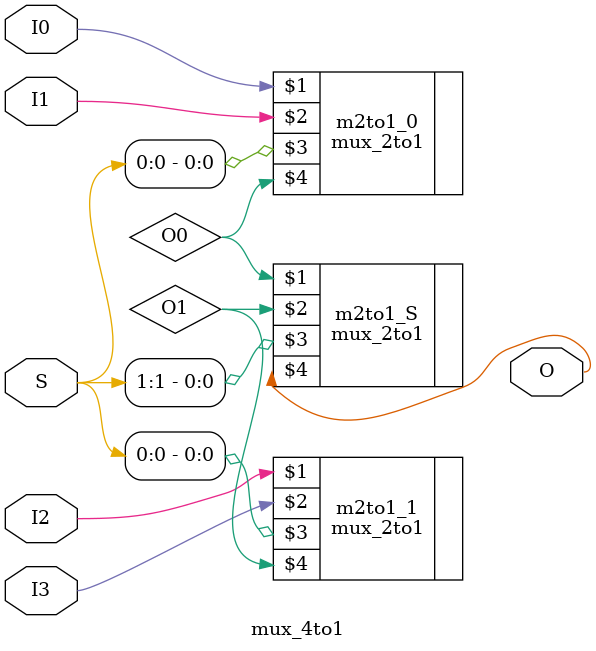
<source format=sv>
/*
MUX 4:1
*/
module mux_4to1(I0, I1, I2, I3, S, O);

	input logic I0;
	input logic I1;
	input logic I2;
	input logic I3;
	input logic [1:0]  S; 
	
	output logic O;
	
	logic O0;
	logic O1;
	
	mux_2to1 m2to1_0 (I0, I1, S[0], O0);
	mux_2to1 m2to1_1 (I2, I3, S[0], O1);

	mux_2to1 m2to1_S (O0, O1, S[1], O);
	
endmodule

</source>
